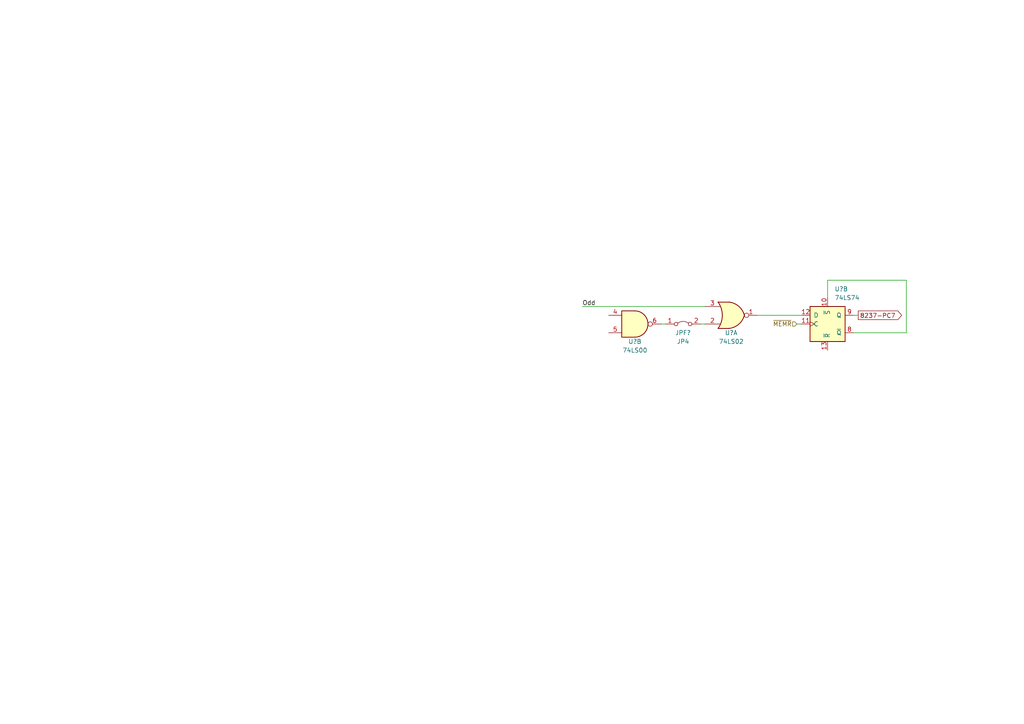
<source format=kicad_sch>
(kicad_sch (version 20211123) (generator eeschema)
  (paper "A4")
  (lib_symbols
    (symbol "74xx:74LS00" (pin_names (offset 1.016))
      (property "Reference" "U" (at 0 1.27 0))
      (property "Value" "74LS00" (at 0 -1.27 0))
      (symbol "74LS00_1_1"
        (arc (start 0 -3.81) (mid 3.81 0) (end 0 3.81) (stroke (width 0.254)) (fill (type background)))
        (polyline (pts (xy 0 3.81) (xy -3.81 3.81) (xy -3.81 -3.81) (xy 0 -3.81)) (stroke (width 0.254)) (fill (type background)))
        (pin input line (at -7.62 2.54 0) (length 3.81) (name "~") (number "1"))
        (pin input line (at -7.62 -2.54 0) (length 3.81) (name "~") (number "2"))
        (pin output inverted (at 7.62 0 180) (length 3.81) (name "~") (number "3"))
      )
      (symbol "74LS00_1_2"
        (arc (start -3.81 -3.81) (mid -2.589 0) (end -3.81 3.81) (stroke (width 0.254)))
        (arc (start -0.6096 -3.81) (mid 2.1842 -2.5851) (end 3.81 0) (stroke (width 0.254)) (fill (type background)))
        (polyline (pts (xy -3.81 -3.81) (xy -0.635 -3.81)) (stroke (width 0.254)) (fill (type background)))
        (polyline (pts (xy -3.81 3.81) (xy -0.635 3.81)) (stroke (width 0.254)) (fill (type background)))
        (polyline (pts (xy -0.635 3.81) (xy -3.81 3.81) (xy -3.81 3.81) (xy -3.556 3.4036) (xy -3.0226 2.2606) (xy -2.6924 1.0414) (xy -2.6162 -0.254) (xy -2.7686 -1.4986) (xy -3.175 -2.7178) (xy -3.81 -3.81) (xy -3.81 -3.81) (xy -0.635 -3.81)) (stroke (width -25.4)) (fill (type background)))
        (arc (start 3.81 0) (mid 2.1915 2.5936) (end -0.6096 3.81) (stroke (width 0.254)) (fill (type background)))
        (pin input inverted (at -7.62 2.54 0) (length 4.318) (name "~") (number "1"))
        (pin input inverted (at -7.62 -2.54 0) (length 4.318) (name "~") (number "2"))
        (pin output line (at 7.62 0 180) (length 3.81) (name "~") (number "3"))
      )
      (symbol "74LS00_2_1"
        (arc (start 0 -3.81) (mid 3.81 0) (end 0 3.81) (stroke (width 0.254)) (fill (type background)))
        (polyline (pts (xy 0 3.81) (xy -3.81 3.81) (xy -3.81 -3.81) (xy 0 -3.81)) (stroke (width 0.254)) (fill (type background)))
        (pin input line (at -7.62 2.54 0) (length 3.81) (name "~") (number "4"))
        (pin input line (at -7.62 -2.54 0) (length 3.81) (name "~") (number "5"))
        (pin output inverted (at 7.62 0 180) (length 3.81) (name "~") (number "6"))
      )
      (symbol "74LS00_2_2"
        (arc (start -3.81 -3.81) (mid -2.589 0) (end -3.81 3.81) (stroke (width 0.254)))
        (arc (start -0.6096 -3.81) (mid 2.1842 -2.5851) (end 3.81 0) (stroke (width 0.254)) (fill (type background)))
        (polyline (pts (xy -3.81 -3.81) (xy -0.635 -3.81)) (stroke (width 0.254)) (fill (type background)))
        (polyline (pts (xy -3.81 3.81) (xy -0.635 3.81)) (stroke (width 0.254)) (fill (type background)))
        (polyline (pts (xy -0.635 3.81) (xy -3.81 3.81) (xy -3.81 3.81) (xy -3.556 3.4036) (xy -3.0226 2.2606) (xy -2.6924 1.0414) (xy -2.6162 -0.254) (xy -2.7686 -1.4986) (xy -3.175 -2.7178) (xy -3.81 -3.81) (xy -3.81 -3.81) (xy -0.635 -3.81)) (stroke (width -25.4)) (fill (type background)))
        (arc (start 3.81 0) (mid 2.1915 2.5936) (end -0.6096 3.81) (stroke (width 0.254)) (fill (type background)))
        (pin input inverted (at -7.62 2.54 0) (length 4.318) (name "~") (number "4"))
        (pin input inverted (at -7.62 -2.54 0) (length 4.318) (name "~") (number "5"))
        (pin output line (at 7.62 0 180) (length 3.81) (name "~") (number "6"))
      )
      (symbol "74LS00_3_1"
        (arc (start 0 -3.81) (mid 3.81 0) (end 0 3.81) (stroke (width 0.254)) (fill (type background)))
        (polyline (pts (xy 0 3.81) (xy -3.81 3.81) (xy -3.81 -3.81) (xy 0 -3.81)) (stroke (width 0.254)) (fill (type background)))
        (pin input line (at -7.62 -2.54 0) (length 3.81) (name "~") (number "10"))
        (pin output inverted (at 7.62 0 180) (length 3.81) (name "~") (number "8"))
        (pin input line (at -7.62 2.54 0) (length 3.81) (name "~") (number "9"))
      )
      (symbol "74LS00_3_2"
        (arc (start -3.81 -3.81) (mid -2.589 0) (end -3.81 3.81) (stroke (width 0.254)))
        (arc (start -0.6096 -3.81) (mid 2.1842 -2.5851) (end 3.81 0) (stroke (width 0.254)) (fill (type background)))
        (polyline (pts (xy -3.81 -3.81) (xy -0.635 -3.81)) (stroke (width 0.254)) (fill (type background)))
        (polyline (pts (xy -3.81 3.81) (xy -0.635 3.81)) (stroke (width 0.254)) (fill (type background)))
        (polyline (pts (xy -0.635 3.81) (xy -3.81 3.81) (xy -3.81 3.81) (xy -3.556 3.4036) (xy -3.0226 2.2606) (xy -2.6924 1.0414) (xy -2.6162 -0.254) (xy -2.7686 -1.4986) (xy -3.175 -2.7178) (xy -3.81 -3.81) (xy -3.81 -3.81) (xy -0.635 -3.81)) (stroke (width -25.4)) (fill (type background)))
        (arc (start 3.81 0) (mid 2.1915 2.5936) (end -0.6096 3.81) (stroke (width 0.254)) (fill (type background)))
        (pin input inverted (at -7.62 -2.54 0) (length 4.318) (name "~") (number "10"))
        (pin output line (at 7.62 0 180) (length 3.81) (name "~") (number "8"))
        (pin input inverted (at -7.62 2.54 0) (length 4.318) (name "~") (number "9"))
      )
      (symbol "74LS00_4_1"
        (arc (start 0 -3.81) (mid 3.81 0) (end 0 3.81) (stroke (width 0.254)) (fill (type background)))
        (polyline (pts (xy 0 3.81) (xy -3.81 3.81) (xy -3.81 -3.81) (xy 0 -3.81)) (stroke (width 0.254)) (fill (type background)))
        (pin output inverted (at 7.62 0 180) (length 3.81) (name "~") (number "11"))
        (pin input line (at -7.62 2.54 0) (length 3.81) (name "~") (number "12"))
        (pin input line (at -7.62 -2.54 0) (length 3.81) (name "~") (number "13"))
      )
      (symbol "74LS00_4_2"
        (arc (start -3.81 -3.81) (mid -2.589 0) (end -3.81 3.81) (stroke (width 0.254)))
        (arc (start -0.6096 -3.81) (mid 2.1842 -2.5851) (end 3.81 0) (stroke (width 0.254)) (fill (type background)))
        (polyline (pts (xy -3.81 -3.81) (xy -0.635 -3.81)) (stroke (width 0.254)) (fill (type background)))
        (polyline (pts (xy -3.81 3.81) (xy -0.635 3.81)) (stroke (width 0.254)) (fill (type background)))
        (polyline (pts (xy -0.635 3.81) (xy -3.81 3.81) (xy -3.81 3.81) (xy -3.556 3.4036) (xy -3.0226 2.2606) (xy -2.6924 1.0414) (xy -2.6162 -0.254) (xy -2.7686 -1.4986) (xy -3.175 -2.7178) (xy -3.81 -3.81) (xy -3.81 -3.81) (xy -0.635 -3.81)) (stroke (width -25.4)) (fill (type background)))
        (arc (start 3.81 0) (mid 2.1915 2.5936) (end -0.6096 3.81) (stroke (width 0.254)) (fill (type background)))
        (pin output line (at 7.62 0 180) (length 3.81) (name "~") (number "11"))
        (pin input inverted (at -7.62 2.54 0) (length 4.318) (name "~") (number "12"))
        (pin input inverted (at -7.62 -2.54 0) (length 4.318) (name "~") (number "13"))
      )
      (symbol "74LS00_5_0"
        (pin power_in line (at 0 12.7 270) (length 5.08) (name "VCC") (number "14"))
        (pin power_in line (at 0 -12.7 90) (length 5.08) (name "GND") (number "7"))
      )
      (symbol "74LS00_5_1"
        (rectangle (start -5.08 7.62) (end 5.08 -7.62) (stroke (width 0.254)) (fill (type background)))
      )
    )
    (symbol "74xx:74LS02" (pin_names (offset 1.016))
      (property "Reference" "U" (at 0 1.27 0))
      (property "Value" "74LS02" (at 0 -1.27 0))
      (symbol "74LS02_1_1"
        (arc (start -3.81 -3.81) (mid -2.589 0) (end -3.81 3.81) (stroke (width 0.254)))
        (arc (start -0.6096 -3.81) (mid 2.1842 -2.5851) (end 3.81 0) (stroke (width 0.254)) (fill (type background)))
        (polyline (pts (xy -3.81 -3.81) (xy -0.635 -3.81)) (stroke (width 0.254)) (fill (type background)))
        (polyline (pts (xy -3.81 3.81) (xy -0.635 3.81)) (stroke (width 0.254)) (fill (type background)))
        (polyline (pts (xy -0.635 3.81) (xy -3.81 3.81) (xy -3.81 3.81) (xy -3.556 3.4036) (xy -3.0226 2.2606) (xy -2.6924 1.0414) (xy -2.6162 -0.254) (xy -2.7686 -1.4986) (xy -3.175 -2.7178) (xy -3.81 -3.81) (xy -3.81 -3.81) (xy -0.635 -3.81)) (stroke (width -25.4)) (fill (type background)))
        (arc (start 3.81 0) (mid 2.1915 2.5936) (end -0.6096 3.81) (stroke (width 0.254)) (fill (type background)))
        (pin output inverted (at 7.62 0 180) (length 3.81) (name "~") (number "1"))
        (pin input line (at -7.62 2.54 0) (length 4.318) (name "~") (number "2"))
        (pin input line (at -7.62 -2.54 0) (length 4.318) (name "~") (number "3"))
      )
      (symbol "74LS02_1_2"
        (arc (start 0 -3.81) (mid 3.81 0) (end 0 3.81) (stroke (width 0.254)) (fill (type background)))
        (polyline (pts (xy 0 3.81) (xy -3.81 3.81) (xy -3.81 -3.81) (xy 0 -3.81)) (stroke (width 0.254)) (fill (type background)))
        (pin output line (at 7.62 0 180) (length 3.81) (name "~") (number "1"))
        (pin input inverted (at -7.62 2.54 0) (length 3.81) (name "~") (number "2"))
        (pin input inverted (at -7.62 -2.54 0) (length 3.81) (name "~") (number "3"))
      )
      (symbol "74LS02_2_1"
        (arc (start -3.81 -3.81) (mid -2.589 0) (end -3.81 3.81) (stroke (width 0.254)))
        (arc (start -0.6096 -3.81) (mid 2.1842 -2.5851) (end 3.81 0) (stroke (width 0.254)) (fill (type background)))
        (polyline (pts (xy -3.81 -3.81) (xy -0.635 -3.81)) (stroke (width 0.254)) (fill (type background)))
        (polyline (pts (xy -3.81 3.81) (xy -0.635 3.81)) (stroke (width 0.254)) (fill (type background)))
        (polyline (pts (xy -0.635 3.81) (xy -3.81 3.81) (xy -3.81 3.81) (xy -3.556 3.4036) (xy -3.0226 2.2606) (xy -2.6924 1.0414) (xy -2.6162 -0.254) (xy -2.7686 -1.4986) (xy -3.175 -2.7178) (xy -3.81 -3.81) (xy -3.81 -3.81) (xy -0.635 -3.81)) (stroke (width -25.4)) (fill (type background)))
        (arc (start 3.81 0) (mid 2.1915 2.5936) (end -0.6096 3.81) (stroke (width 0.254)) (fill (type background)))
        (pin output inverted (at 7.62 0 180) (length 3.81) (name "~") (number "4"))
        (pin input line (at -7.62 2.54 0) (length 4.318) (name "~") (number "5"))
        (pin input line (at -7.62 -2.54 0) (length 4.318) (name "~") (number "6"))
      )
      (symbol "74LS02_2_2"
        (arc (start 0 -3.81) (mid 3.81 0) (end 0 3.81) (stroke (width 0.254)) (fill (type background)))
        (polyline (pts (xy 0 3.81) (xy -3.81 3.81) (xy -3.81 -3.81) (xy 0 -3.81)) (stroke (width 0.254)) (fill (type background)))
        (pin output line (at 7.62 0 180) (length 3.81) (name "~") (number "4"))
        (pin input inverted (at -7.62 2.54 0) (length 3.81) (name "~") (number "5"))
        (pin input inverted (at -7.62 -2.54 0) (length 3.81) (name "~") (number "6"))
      )
      (symbol "74LS02_3_1"
        (arc (start -3.81 -3.81) (mid -2.589 0) (end -3.81 3.81) (stroke (width 0.254)))
        (arc (start -0.6096 -3.81) (mid 2.1842 -2.5851) (end 3.81 0) (stroke (width 0.254)) (fill (type background)))
        (polyline (pts (xy -3.81 -3.81) (xy -0.635 -3.81)) (stroke (width 0.254)) (fill (type background)))
        (polyline (pts (xy -3.81 3.81) (xy -0.635 3.81)) (stroke (width 0.254)) (fill (type background)))
        (polyline (pts (xy -0.635 3.81) (xy -3.81 3.81) (xy -3.81 3.81) (xy -3.556 3.4036) (xy -3.0226 2.2606) (xy -2.6924 1.0414) (xy -2.6162 -0.254) (xy -2.7686 -1.4986) (xy -3.175 -2.7178) (xy -3.81 -3.81) (xy -3.81 -3.81) (xy -0.635 -3.81)) (stroke (width -25.4)) (fill (type background)))
        (arc (start 3.81 0) (mid 2.1915 2.5936) (end -0.6096 3.81) (stroke (width 0.254)) (fill (type background)))
        (pin output inverted (at 7.62 0 180) (length 3.81) (name "~") (number "10"))
        (pin input line (at -7.62 2.54 0) (length 4.318) (name "~") (number "8"))
        (pin input line (at -7.62 -2.54 0) (length 4.318) (name "~") (number "9"))
      )
      (symbol "74LS02_3_2"
        (arc (start 0 -3.81) (mid 3.81 0) (end 0 3.81) (stroke (width 0.254)) (fill (type background)))
        (polyline (pts (xy 0 3.81) (xy -3.81 3.81) (xy -3.81 -3.81) (xy 0 -3.81)) (stroke (width 0.254)) (fill (type background)))
        (pin output line (at 7.62 0 180) (length 3.81) (name "~") (number "10"))
        (pin input inverted (at -7.62 2.54 0) (length 3.81) (name "~") (number "8"))
        (pin input inverted (at -7.62 -2.54 0) (length 3.81) (name "~") (number "9"))
      )
      (symbol "74LS02_4_1"
        (arc (start -3.81 -3.81) (mid -2.589 0) (end -3.81 3.81) (stroke (width 0.254)))
        (arc (start -0.6096 -3.81) (mid 2.1842 -2.5851) (end 3.81 0) (stroke (width 0.254)) (fill (type background)))
        (polyline (pts (xy -3.81 -3.81) (xy -0.635 -3.81)) (stroke (width 0.254)) (fill (type background)))
        (polyline (pts (xy -3.81 3.81) (xy -0.635 3.81)) (stroke (width 0.254)) (fill (type background)))
        (polyline (pts (xy -0.635 3.81) (xy -3.81 3.81) (xy -3.81 3.81) (xy -3.556 3.4036) (xy -3.0226 2.2606) (xy -2.6924 1.0414) (xy -2.6162 -0.254) (xy -2.7686 -1.4986) (xy -3.175 -2.7178) (xy -3.81 -3.81) (xy -3.81 -3.81) (xy -0.635 -3.81)) (stroke (width -25.4)) (fill (type background)))
        (arc (start 3.81 0) (mid 2.1915 2.5936) (end -0.6096 3.81) (stroke (width 0.254)) (fill (type background)))
        (pin input line (at -7.62 2.54 0) (length 4.318) (name "~") (number "11"))
        (pin input line (at -7.62 -2.54 0) (length 4.318) (name "~") (number "12"))
        (pin output inverted (at 7.62 0 180) (length 3.81) (name "~") (number "13"))
      )
      (symbol "74LS02_4_2"
        (arc (start 0 -3.81) (mid 3.81 0) (end 0 3.81) (stroke (width 0.254)) (fill (type background)))
        (polyline (pts (xy 0 3.81) (xy -3.81 3.81) (xy -3.81 -3.81) (xy 0 -3.81)) (stroke (width 0.254)) (fill (type background)))
        (pin input inverted (at -7.62 2.54 0) (length 3.81) (name "~") (number "11"))
        (pin input inverted (at -7.62 -2.54 0) (length 3.81) (name "~") (number "12"))
        (pin output line (at 7.62 0 180) (length 3.81) (name "~") (number "13"))
      )
      (symbol "74LS02_5_0"
        (pin power_in line (at 0 12.7 270) (length 5.08) (name "VCC") (number "14"))
        (pin power_in line (at 0 -12.7 90) (length 5.08) (name "GND") (number "7"))
      )
      (symbol "74LS02_5_1"
        (rectangle (start -5.08 7.62) (end 5.08 -7.62) (stroke (width 0.254)) (fill (type background)))
      )
    )
    (symbol "74xx:74LS74" (pin_names (offset 1.016))
      (property "Reference" "U" (at -7.62 8.89 0))
      (property "Value" "74LS74" (at -7.62 -8.89 0))
      (symbol "74LS74_1_0"
        (pin input line (at 0 -7.62 90) (length 2.54) (name "~{R}") (number "1"))
        (pin input line (at -7.62 2.54 0) (length 2.54) (name "D") (number "2"))
        (pin input clock (at -7.62 0 0) (length 2.54) (name "C") (number "3"))
        (pin input line (at 0 7.62 270) (length 2.54) (name "~{S}") (number "4"))
        (pin output line (at 7.62 2.54 180) (length 2.54) (name "Q") (number "5"))
        (pin output line (at 7.62 -2.54 180) (length 2.54) (name "~{Q}") (number "6"))
      )
      (symbol "74LS74_1_1"
        (rectangle (start -5.08 5.08) (end 5.08 -5.08) (stroke (width 0.254)) (fill (type background)))
      )
      (symbol "74LS74_2_0"
        (pin input line (at 0 7.62 270) (length 2.54) (name "~{S}") (number "10"))
        (pin input clock (at -7.62 0 0) (length 2.54) (name "C") (number "11"))
        (pin input line (at -7.62 2.54 0) (length 2.54) (name "D") (number "12"))
        (pin input line (at 0 -7.62 90) (length 2.54) (name "~{R}") (number "13"))
        (pin output line (at 7.62 -2.54 180) (length 2.54) (name "~{Q}") (number "8"))
        (pin output line (at 7.62 2.54 180) (length 2.54) (name "Q") (number "9"))
      )
      (symbol "74LS74_2_1"
        (rectangle (start -5.08 5.08) (end 5.08 -5.08) (stroke (width 0.254)) (fill (type background)))
      )
      (symbol "74LS74_3_0"
        (pin power_in line (at 0 10.16 270) (length 2.54) (name "VCC") (number "14"))
        (pin power_in line (at 0 -10.16 90) (length 2.54) (name "GND") (number "7"))
      )
      (symbol "74LS74_3_1"
        (rectangle (start -5.08 7.62) (end 5.08 -7.62) (stroke (width 0.254)) (fill (type background)))
      )
    )
    (symbol "Jumper:Jumper_2_Bridged" (pin_names (offset 0) hide)
      (property "Reference" "JP" (at 0 1.905 0))
      (property "Value" "Jumper_2_Bridged" (at 0 -2.54 0))
      (symbol "Jumper_2_Bridged_0_0"
        (circle (center -2.032 0) (radius 0.508))
        (circle (center 2.032 0) (radius 0.508))
      )
      (symbol "Jumper_2_Bridged_0_1"
        (arc (start 1.524 0.254) (mid 0 0.762) (end -1.524 0.254))
      )
      (symbol "Jumper_2_Bridged_1_1"
        (pin passive line (at -5.08 0 0) (length 2.54) (name "A") (number "1"))
        (pin passive line (at 5.08 0 180) (length 2.54) (name "B") (number "2"))
      )
    )
  )
  (wire (pts (xy 240.03 81.28) (xy 240.03 86.36)))
  (wire (pts (xy 247.65 91.44) (xy 248.92 91.44)))
  (wire (pts (xy 168.91 88.9) (xy 204.47 88.9)))
  (wire (pts (xy 203.2 93.98) (xy 204.47 93.98)))
  (wire (pts (xy 219.71 91.44) (xy 232.41 91.44)))
  (wire (pts (xy 262.89 96.52) (xy 262.89 81.28)))
  (wire (pts (xy 262.89 81.28) (xy 240.03 81.28)))
  (wire (pts (xy 191.77 93.98) (xy 193.04 93.98)))
  (wire (pts (xy 231.14 93.98) (xy 232.41 93.98)))
  (wire (pts (xy 247.65 96.52) (xy 262.89 96.52)))
  (label "Odd" (at 168.91 88.9 0))
  (global_label "8237-PC7" (shape output) (at 248.92 91.44 0) (property "Intersheet References" "${INTERSHEET_REFS}" (effects hide)))
  (hierarchical_label "~{MEMR}" (shape input) (at 231.14 93.98 180))
  (symbol (lib_id "74xx:74LS74") (at 240.03 93.98 0) (unit 2)
    (property "Reference" "U?" (at 242.0494 83.82 0) (effects (justify left)))
    (property "Value" "74LS74" (at 242.0494 86.36 0) (effects (justify left)))
    (property "Datasheet" "74xx/74hc_hct74.pdf" (effects hide))
  )
  (symbol (lib_id "Jumper:Jumper_2_Bridged") (at 198.12 93.98 0) (unit 1)
    (property "Reference" "JPF?" (at 198.12 96.52 0))
    (property "Value" "JP4" (at 198.12 99.06 0))
  )
  (symbol (lib_id "74xx:74LS00") (at 184.15 93.98 0) (unit 2)
    (property "Reference" "U?" (at 184.15 99.06 0))
    (property "Value" "74LS00" (at 184.15 101.6 0))
    (property "Datasheet" "http://www.ti.com/lit/gpn/sn74ls00" (effects hide))
  )
  (symbol (lib_id "74xx:74LS02") (at 212.09 91.44 0) (mirror x) (unit 1)
    (property "Reference" "U?" (at 212.09 96.52 0))
    (property "Value" "74LS02" (at 212.09 99.06 0))
    (property "Datasheet" "http://www.ti.com/lit/gpn/sn74ls02" (effects hide))
  )
)
</source>
